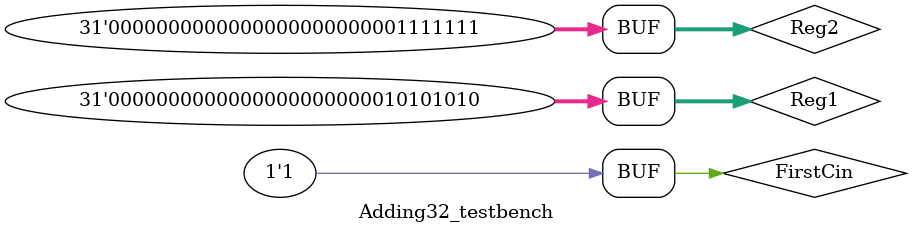
<source format=sv>
`timescale 1 ps/100 fs

module Adding32(Reg1, Reg2, Sum, FirstCin, LastCout, Overflow);
	input [30:0] Reg1, Reg2;
	input FirstCin;
	output [30:0] Sum;
	output LastCout, Overflow;
	
	wire [29:0] Carry;
	
	OneBitAdd U0 (Reg1[0], Reg2[0], FirstCin, Sum[0], Carry[0]);
	
	genvar i;
	generate
	for(i=1; i<30; i=i+1) begin: adders
		OneBitAdd U (Reg1[i], Reg2[i], Carry[i-1], Sum[i], Carry[i]);
	end
	endgenerate

	OneBitAdd U30 (Reg1[30], Reg2[30], Carry[29], Sum[30], LastCout);
	
	xor #50 o(Overflow, LastCout, Carry[29]);

endmodule

module Adding32_testbench();	 
  	reg [30:0] Reg1, Reg2; 
	reg FirstCin;   
  	wire[30:0] Sum; 
	wire LastCout;    
  	Adding32 dut (.Reg1, .Reg2, .FirstCin, .Sum, .LastCout);   
 initial begin  
        	Reg1=31'b0; Reg2=31'b0; FirstCin=0; #5000;   	 
        	Reg1=31'b1; Reg2=31'b0; FirstCin=1; #5000;   	 
        	Reg1=31'b110000; Reg2=31'b0001; FirstCin=0; #5000;   	 
        	Reg1=31'b10101010; Reg2=32'b1111111; FirstCin=1; #5000;   	   	 
 end     
endmodule
</source>
